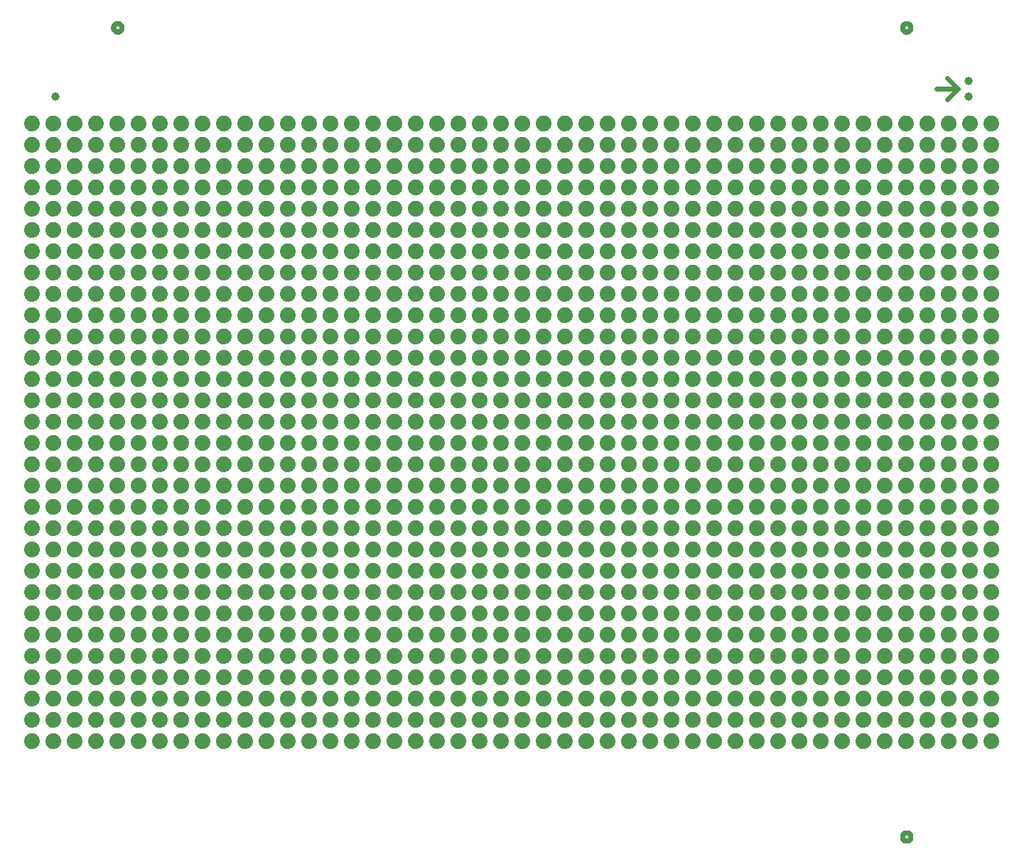
<source format=gtl>
G75*
%MOIN*%
%OFA0B0*%
%FSLAX25Y25*%
%IPPOS*%
%LPD*%
%AMOC8*
5,1,8,0,0,1.08239X$1,22.5*
%
%ADD10C,0.02400*%
%ADD11C,0.03937*%
%ADD12C,0.07400*%
D10*
X0425875Y0008690D02*
X0425877Y0008778D01*
X0425883Y0008866D01*
X0425893Y0008954D01*
X0425907Y0009042D01*
X0425924Y0009128D01*
X0425946Y0009214D01*
X0425971Y0009298D01*
X0426001Y0009382D01*
X0426033Y0009464D01*
X0426070Y0009544D01*
X0426110Y0009623D01*
X0426154Y0009700D01*
X0426201Y0009775D01*
X0426251Y0009847D01*
X0426305Y0009918D01*
X0426361Y0009985D01*
X0426421Y0010051D01*
X0426483Y0010113D01*
X0426549Y0010173D01*
X0426616Y0010229D01*
X0426687Y0010283D01*
X0426759Y0010333D01*
X0426834Y0010380D01*
X0426911Y0010424D01*
X0426990Y0010464D01*
X0427070Y0010501D01*
X0427152Y0010533D01*
X0427236Y0010563D01*
X0427320Y0010588D01*
X0427406Y0010610D01*
X0427492Y0010627D01*
X0427580Y0010641D01*
X0427668Y0010651D01*
X0427756Y0010657D01*
X0427844Y0010659D01*
X0427932Y0010657D01*
X0428020Y0010651D01*
X0428108Y0010641D01*
X0428196Y0010627D01*
X0428282Y0010610D01*
X0428368Y0010588D01*
X0428452Y0010563D01*
X0428536Y0010533D01*
X0428618Y0010501D01*
X0428698Y0010464D01*
X0428777Y0010424D01*
X0428854Y0010380D01*
X0428929Y0010333D01*
X0429001Y0010283D01*
X0429072Y0010229D01*
X0429139Y0010173D01*
X0429205Y0010113D01*
X0429267Y0010051D01*
X0429327Y0009985D01*
X0429383Y0009918D01*
X0429437Y0009847D01*
X0429487Y0009775D01*
X0429534Y0009700D01*
X0429578Y0009623D01*
X0429618Y0009544D01*
X0429655Y0009464D01*
X0429687Y0009382D01*
X0429717Y0009298D01*
X0429742Y0009214D01*
X0429764Y0009128D01*
X0429781Y0009042D01*
X0429795Y0008954D01*
X0429805Y0008866D01*
X0429811Y0008778D01*
X0429813Y0008690D01*
X0429811Y0008602D01*
X0429805Y0008514D01*
X0429795Y0008426D01*
X0429781Y0008338D01*
X0429764Y0008252D01*
X0429742Y0008166D01*
X0429717Y0008082D01*
X0429687Y0007998D01*
X0429655Y0007916D01*
X0429618Y0007836D01*
X0429578Y0007757D01*
X0429534Y0007680D01*
X0429487Y0007605D01*
X0429437Y0007533D01*
X0429383Y0007462D01*
X0429327Y0007395D01*
X0429267Y0007329D01*
X0429205Y0007267D01*
X0429139Y0007207D01*
X0429072Y0007151D01*
X0429001Y0007097D01*
X0428929Y0007047D01*
X0428854Y0007000D01*
X0428777Y0006956D01*
X0428698Y0006916D01*
X0428618Y0006879D01*
X0428536Y0006847D01*
X0428452Y0006817D01*
X0428368Y0006792D01*
X0428282Y0006770D01*
X0428196Y0006753D01*
X0428108Y0006739D01*
X0428020Y0006729D01*
X0427932Y0006723D01*
X0427844Y0006721D01*
X0427756Y0006723D01*
X0427668Y0006729D01*
X0427580Y0006739D01*
X0427492Y0006753D01*
X0427406Y0006770D01*
X0427320Y0006792D01*
X0427236Y0006817D01*
X0427152Y0006847D01*
X0427070Y0006879D01*
X0426990Y0006916D01*
X0426911Y0006956D01*
X0426834Y0007000D01*
X0426759Y0007047D01*
X0426687Y0007097D01*
X0426616Y0007151D01*
X0426549Y0007207D01*
X0426483Y0007267D01*
X0426421Y0007329D01*
X0426361Y0007395D01*
X0426305Y0007462D01*
X0426251Y0007533D01*
X0426201Y0007605D01*
X0426154Y0007680D01*
X0426110Y0007757D01*
X0426070Y0007836D01*
X0426033Y0007916D01*
X0426001Y0007998D01*
X0425971Y0008082D01*
X0425946Y0008166D01*
X0425924Y0008252D01*
X0425907Y0008338D01*
X0425893Y0008426D01*
X0425883Y0008514D01*
X0425877Y0008602D01*
X0425875Y0008690D01*
X0446860Y0354900D02*
X0451860Y0359900D01*
X0446860Y0364900D01*
X0441860Y0359900D02*
X0451860Y0359900D01*
X0425875Y0388611D02*
X0425877Y0388699D01*
X0425883Y0388787D01*
X0425893Y0388875D01*
X0425907Y0388963D01*
X0425924Y0389049D01*
X0425946Y0389135D01*
X0425971Y0389219D01*
X0426001Y0389303D01*
X0426033Y0389385D01*
X0426070Y0389465D01*
X0426110Y0389544D01*
X0426154Y0389621D01*
X0426201Y0389696D01*
X0426251Y0389768D01*
X0426305Y0389839D01*
X0426361Y0389906D01*
X0426421Y0389972D01*
X0426483Y0390034D01*
X0426549Y0390094D01*
X0426616Y0390150D01*
X0426687Y0390204D01*
X0426759Y0390254D01*
X0426834Y0390301D01*
X0426911Y0390345D01*
X0426990Y0390385D01*
X0427070Y0390422D01*
X0427152Y0390454D01*
X0427236Y0390484D01*
X0427320Y0390509D01*
X0427406Y0390531D01*
X0427492Y0390548D01*
X0427580Y0390562D01*
X0427668Y0390572D01*
X0427756Y0390578D01*
X0427844Y0390580D01*
X0427932Y0390578D01*
X0428020Y0390572D01*
X0428108Y0390562D01*
X0428196Y0390548D01*
X0428282Y0390531D01*
X0428368Y0390509D01*
X0428452Y0390484D01*
X0428536Y0390454D01*
X0428618Y0390422D01*
X0428698Y0390385D01*
X0428777Y0390345D01*
X0428854Y0390301D01*
X0428929Y0390254D01*
X0429001Y0390204D01*
X0429072Y0390150D01*
X0429139Y0390094D01*
X0429205Y0390034D01*
X0429267Y0389972D01*
X0429327Y0389906D01*
X0429383Y0389839D01*
X0429437Y0389768D01*
X0429487Y0389696D01*
X0429534Y0389621D01*
X0429578Y0389544D01*
X0429618Y0389465D01*
X0429655Y0389385D01*
X0429687Y0389303D01*
X0429717Y0389219D01*
X0429742Y0389135D01*
X0429764Y0389049D01*
X0429781Y0388963D01*
X0429795Y0388875D01*
X0429805Y0388787D01*
X0429811Y0388699D01*
X0429813Y0388611D01*
X0429811Y0388523D01*
X0429805Y0388435D01*
X0429795Y0388347D01*
X0429781Y0388259D01*
X0429764Y0388173D01*
X0429742Y0388087D01*
X0429717Y0388003D01*
X0429687Y0387919D01*
X0429655Y0387837D01*
X0429618Y0387757D01*
X0429578Y0387678D01*
X0429534Y0387601D01*
X0429487Y0387526D01*
X0429437Y0387454D01*
X0429383Y0387383D01*
X0429327Y0387316D01*
X0429267Y0387250D01*
X0429205Y0387188D01*
X0429139Y0387128D01*
X0429072Y0387072D01*
X0429001Y0387018D01*
X0428929Y0386968D01*
X0428854Y0386921D01*
X0428777Y0386877D01*
X0428698Y0386837D01*
X0428618Y0386800D01*
X0428536Y0386768D01*
X0428452Y0386738D01*
X0428368Y0386713D01*
X0428282Y0386691D01*
X0428196Y0386674D01*
X0428108Y0386660D01*
X0428020Y0386650D01*
X0427932Y0386644D01*
X0427844Y0386642D01*
X0427756Y0386644D01*
X0427668Y0386650D01*
X0427580Y0386660D01*
X0427492Y0386674D01*
X0427406Y0386691D01*
X0427320Y0386713D01*
X0427236Y0386738D01*
X0427152Y0386768D01*
X0427070Y0386800D01*
X0426990Y0386837D01*
X0426911Y0386877D01*
X0426834Y0386921D01*
X0426759Y0386968D01*
X0426687Y0387018D01*
X0426616Y0387072D01*
X0426549Y0387128D01*
X0426483Y0387188D01*
X0426421Y0387250D01*
X0426361Y0387316D01*
X0426305Y0387383D01*
X0426251Y0387454D01*
X0426201Y0387526D01*
X0426154Y0387601D01*
X0426110Y0387678D01*
X0426070Y0387757D01*
X0426033Y0387837D01*
X0426001Y0387919D01*
X0425971Y0388003D01*
X0425946Y0388087D01*
X0425924Y0388173D01*
X0425907Y0388259D01*
X0425893Y0388347D01*
X0425883Y0388435D01*
X0425877Y0388523D01*
X0425875Y0388611D01*
X0055796Y0388611D02*
X0055798Y0388699D01*
X0055804Y0388787D01*
X0055814Y0388875D01*
X0055828Y0388963D01*
X0055845Y0389049D01*
X0055867Y0389135D01*
X0055892Y0389219D01*
X0055922Y0389303D01*
X0055954Y0389385D01*
X0055991Y0389465D01*
X0056031Y0389544D01*
X0056075Y0389621D01*
X0056122Y0389696D01*
X0056172Y0389768D01*
X0056226Y0389839D01*
X0056282Y0389906D01*
X0056342Y0389972D01*
X0056404Y0390034D01*
X0056470Y0390094D01*
X0056537Y0390150D01*
X0056608Y0390204D01*
X0056680Y0390254D01*
X0056755Y0390301D01*
X0056832Y0390345D01*
X0056911Y0390385D01*
X0056991Y0390422D01*
X0057073Y0390454D01*
X0057157Y0390484D01*
X0057241Y0390509D01*
X0057327Y0390531D01*
X0057413Y0390548D01*
X0057501Y0390562D01*
X0057589Y0390572D01*
X0057677Y0390578D01*
X0057765Y0390580D01*
X0057853Y0390578D01*
X0057941Y0390572D01*
X0058029Y0390562D01*
X0058117Y0390548D01*
X0058203Y0390531D01*
X0058289Y0390509D01*
X0058373Y0390484D01*
X0058457Y0390454D01*
X0058539Y0390422D01*
X0058619Y0390385D01*
X0058698Y0390345D01*
X0058775Y0390301D01*
X0058850Y0390254D01*
X0058922Y0390204D01*
X0058993Y0390150D01*
X0059060Y0390094D01*
X0059126Y0390034D01*
X0059188Y0389972D01*
X0059248Y0389906D01*
X0059304Y0389839D01*
X0059358Y0389768D01*
X0059408Y0389696D01*
X0059455Y0389621D01*
X0059499Y0389544D01*
X0059539Y0389465D01*
X0059576Y0389385D01*
X0059608Y0389303D01*
X0059638Y0389219D01*
X0059663Y0389135D01*
X0059685Y0389049D01*
X0059702Y0388963D01*
X0059716Y0388875D01*
X0059726Y0388787D01*
X0059732Y0388699D01*
X0059734Y0388611D01*
X0059732Y0388523D01*
X0059726Y0388435D01*
X0059716Y0388347D01*
X0059702Y0388259D01*
X0059685Y0388173D01*
X0059663Y0388087D01*
X0059638Y0388003D01*
X0059608Y0387919D01*
X0059576Y0387837D01*
X0059539Y0387757D01*
X0059499Y0387678D01*
X0059455Y0387601D01*
X0059408Y0387526D01*
X0059358Y0387454D01*
X0059304Y0387383D01*
X0059248Y0387316D01*
X0059188Y0387250D01*
X0059126Y0387188D01*
X0059060Y0387128D01*
X0058993Y0387072D01*
X0058922Y0387018D01*
X0058850Y0386968D01*
X0058775Y0386921D01*
X0058698Y0386877D01*
X0058619Y0386837D01*
X0058539Y0386800D01*
X0058457Y0386768D01*
X0058373Y0386738D01*
X0058289Y0386713D01*
X0058203Y0386691D01*
X0058117Y0386674D01*
X0058029Y0386660D01*
X0057941Y0386650D01*
X0057853Y0386644D01*
X0057765Y0386642D01*
X0057677Y0386644D01*
X0057589Y0386650D01*
X0057501Y0386660D01*
X0057413Y0386674D01*
X0057327Y0386691D01*
X0057241Y0386713D01*
X0057157Y0386738D01*
X0057073Y0386768D01*
X0056991Y0386800D01*
X0056911Y0386837D01*
X0056832Y0386877D01*
X0056755Y0386921D01*
X0056680Y0386968D01*
X0056608Y0387018D01*
X0056537Y0387072D01*
X0056470Y0387128D01*
X0056404Y0387188D01*
X0056342Y0387250D01*
X0056282Y0387316D01*
X0056226Y0387383D01*
X0056172Y0387454D01*
X0056122Y0387526D01*
X0056075Y0387601D01*
X0056031Y0387678D01*
X0055991Y0387757D01*
X0055954Y0387837D01*
X0055922Y0387919D01*
X0055892Y0388003D01*
X0055867Y0388087D01*
X0055845Y0388173D01*
X0055828Y0388259D01*
X0055814Y0388347D01*
X0055804Y0388435D01*
X0055798Y0388523D01*
X0055796Y0388611D01*
D11*
X0028750Y0356150D03*
X0456860Y0356150D03*
X0456860Y0363650D03*
D12*
X0017805Y0053650D03*
X0027805Y0053650D03*
X0037805Y0053650D03*
X0047805Y0053650D03*
X0057805Y0053650D03*
X0067805Y0053650D03*
X0077805Y0053650D03*
X0087805Y0053650D03*
X0097805Y0053650D03*
X0107805Y0053650D03*
X0117805Y0053650D03*
X0127805Y0053650D03*
X0137805Y0053650D03*
X0147805Y0053650D03*
X0157805Y0053650D03*
X0167805Y0053650D03*
X0177805Y0053650D03*
X0187805Y0053650D03*
X0197805Y0053650D03*
X0207805Y0053650D03*
X0217805Y0053650D03*
X0227805Y0053650D03*
X0237805Y0053650D03*
X0247805Y0053650D03*
X0257805Y0053650D03*
X0267805Y0053650D03*
X0277805Y0053650D03*
X0287805Y0053650D03*
X0297805Y0053650D03*
X0307805Y0053650D03*
X0317805Y0053650D03*
X0327805Y0053650D03*
X0337805Y0053650D03*
X0347805Y0053650D03*
X0357805Y0053650D03*
X0367805Y0053650D03*
X0377805Y0053650D03*
X0387805Y0053650D03*
X0397805Y0053650D03*
X0407805Y0053650D03*
X0417805Y0053650D03*
X0427805Y0053650D03*
X0437805Y0053650D03*
X0447805Y0053650D03*
X0457805Y0053650D03*
X0467805Y0053650D03*
X0467805Y0063650D03*
X0457805Y0063650D03*
X0447805Y0063650D03*
X0437805Y0063650D03*
X0427805Y0063650D03*
X0417805Y0063650D03*
X0407805Y0063650D03*
X0397805Y0063650D03*
X0397805Y0073650D03*
X0407805Y0073650D03*
X0417805Y0073650D03*
X0427805Y0073650D03*
X0437805Y0073650D03*
X0447805Y0073650D03*
X0457805Y0073650D03*
X0467805Y0073650D03*
X0467805Y0083650D03*
X0457805Y0083650D03*
X0447805Y0083650D03*
X0437805Y0083650D03*
X0427805Y0083650D03*
X0417805Y0083650D03*
X0407805Y0083650D03*
X0397805Y0083650D03*
X0397805Y0093650D03*
X0407805Y0093650D03*
X0417805Y0093650D03*
X0427805Y0093650D03*
X0437805Y0093650D03*
X0447805Y0093650D03*
X0457805Y0093650D03*
X0467805Y0093650D03*
X0467805Y0103650D03*
X0457805Y0103650D03*
X0447805Y0103650D03*
X0437805Y0103650D03*
X0427805Y0103650D03*
X0417805Y0103650D03*
X0407805Y0103650D03*
X0397805Y0103650D03*
X0397805Y0113650D03*
X0407805Y0113650D03*
X0417805Y0113650D03*
X0427805Y0113650D03*
X0437805Y0113650D03*
X0447805Y0113650D03*
X0457805Y0113650D03*
X0467805Y0113650D03*
X0467805Y0123650D03*
X0457805Y0123650D03*
X0447805Y0123650D03*
X0437805Y0123650D03*
X0427805Y0123650D03*
X0417805Y0123650D03*
X0407805Y0123650D03*
X0397805Y0123650D03*
X0397805Y0133650D03*
X0407805Y0133650D03*
X0417805Y0133650D03*
X0427805Y0133650D03*
X0437805Y0133650D03*
X0447805Y0133650D03*
X0457805Y0133650D03*
X0467805Y0133650D03*
X0467805Y0143650D03*
X0457805Y0143650D03*
X0447805Y0143650D03*
X0437805Y0143650D03*
X0427805Y0143650D03*
X0417805Y0143650D03*
X0407805Y0143650D03*
X0397805Y0143650D03*
X0397805Y0153650D03*
X0407805Y0153650D03*
X0417805Y0153650D03*
X0427805Y0153650D03*
X0437805Y0153650D03*
X0447805Y0153650D03*
X0457805Y0153650D03*
X0467805Y0153650D03*
X0467805Y0163650D03*
X0457805Y0163650D03*
X0447805Y0163650D03*
X0437805Y0163650D03*
X0427805Y0163650D03*
X0417805Y0163650D03*
X0407805Y0163650D03*
X0397805Y0163650D03*
X0397805Y0173650D03*
X0407805Y0173650D03*
X0417805Y0173650D03*
X0427805Y0173650D03*
X0437805Y0173650D03*
X0447805Y0173650D03*
X0457805Y0173650D03*
X0467805Y0173650D03*
X0467805Y0183650D03*
X0457805Y0183650D03*
X0447805Y0183650D03*
X0437805Y0183650D03*
X0427805Y0183650D03*
X0417805Y0183650D03*
X0407805Y0183650D03*
X0397805Y0183650D03*
X0397805Y0193650D03*
X0407805Y0193650D03*
X0417805Y0193650D03*
X0427805Y0193650D03*
X0437805Y0193650D03*
X0447805Y0193650D03*
X0457805Y0193650D03*
X0467805Y0193650D03*
X0467805Y0203650D03*
X0457805Y0203650D03*
X0447805Y0203650D03*
X0437805Y0203650D03*
X0427805Y0203650D03*
X0417805Y0203650D03*
X0407805Y0203650D03*
X0397805Y0203650D03*
X0397805Y0213650D03*
X0407805Y0213650D03*
X0417805Y0213650D03*
X0427805Y0213650D03*
X0437805Y0213650D03*
X0447805Y0213650D03*
X0457805Y0213650D03*
X0467805Y0213650D03*
X0467805Y0223650D03*
X0457805Y0223650D03*
X0447805Y0223650D03*
X0437805Y0223650D03*
X0427805Y0223650D03*
X0417805Y0223650D03*
X0407805Y0223650D03*
X0397805Y0223650D03*
X0397805Y0233650D03*
X0407805Y0233650D03*
X0417805Y0233650D03*
X0427805Y0233650D03*
X0437805Y0233650D03*
X0447805Y0233650D03*
X0457805Y0233650D03*
X0467805Y0233650D03*
X0467805Y0243650D03*
X0457805Y0243650D03*
X0447805Y0243650D03*
X0437805Y0243650D03*
X0427805Y0243650D03*
X0417805Y0243650D03*
X0407805Y0243650D03*
X0397805Y0243650D03*
X0397805Y0253650D03*
X0407805Y0253650D03*
X0417805Y0253650D03*
X0427805Y0253650D03*
X0437805Y0253650D03*
X0447805Y0253650D03*
X0457805Y0253650D03*
X0467805Y0253650D03*
X0467805Y0263650D03*
X0457805Y0263650D03*
X0447805Y0263650D03*
X0437805Y0263650D03*
X0427805Y0263650D03*
X0417805Y0263650D03*
X0407805Y0263650D03*
X0397805Y0263650D03*
X0397805Y0273650D03*
X0407805Y0273650D03*
X0417805Y0273650D03*
X0427805Y0273650D03*
X0437805Y0273650D03*
X0447805Y0273650D03*
X0457805Y0273650D03*
X0467805Y0273650D03*
X0467805Y0283650D03*
X0457805Y0283650D03*
X0447805Y0283650D03*
X0437805Y0283650D03*
X0427805Y0283650D03*
X0417805Y0283650D03*
X0407805Y0283650D03*
X0397805Y0283650D03*
X0397805Y0293650D03*
X0407805Y0293650D03*
X0417805Y0293650D03*
X0427805Y0293650D03*
X0437805Y0293650D03*
X0447805Y0293650D03*
X0457805Y0293650D03*
X0467805Y0293650D03*
X0467805Y0303650D03*
X0457805Y0303650D03*
X0447805Y0303650D03*
X0437805Y0303650D03*
X0427805Y0303650D03*
X0417805Y0303650D03*
X0407805Y0303650D03*
X0397805Y0303650D03*
X0397805Y0313650D03*
X0407805Y0313650D03*
X0417805Y0313650D03*
X0427805Y0313650D03*
X0437805Y0313650D03*
X0447805Y0313650D03*
X0457805Y0313650D03*
X0467805Y0313650D03*
X0467805Y0323650D03*
X0457805Y0323650D03*
X0447805Y0323650D03*
X0437805Y0323650D03*
X0427805Y0323650D03*
X0417805Y0323650D03*
X0407805Y0323650D03*
X0397805Y0323650D03*
X0397805Y0333650D03*
X0407805Y0333650D03*
X0417805Y0333650D03*
X0427805Y0333650D03*
X0437805Y0333650D03*
X0447805Y0333650D03*
X0457805Y0333650D03*
X0467805Y0333650D03*
X0467805Y0343650D03*
X0457805Y0343650D03*
X0447805Y0343650D03*
X0437805Y0343650D03*
X0427805Y0343650D03*
X0417805Y0343650D03*
X0407805Y0343650D03*
X0397805Y0343650D03*
X0387805Y0343650D03*
X0377805Y0343650D03*
X0367805Y0343650D03*
X0357805Y0343650D03*
X0347805Y0343650D03*
X0337805Y0343650D03*
X0327805Y0343650D03*
X0317805Y0343650D03*
X0307805Y0343650D03*
X0297805Y0343650D03*
X0287805Y0343650D03*
X0277805Y0343650D03*
X0267805Y0343650D03*
X0257805Y0343650D03*
X0247805Y0343650D03*
X0237805Y0343650D03*
X0237805Y0333650D03*
X0237805Y0323650D03*
X0247805Y0323650D03*
X0257805Y0323650D03*
X0267805Y0323650D03*
X0277805Y0323650D03*
X0287805Y0323650D03*
X0297805Y0323650D03*
X0307805Y0323650D03*
X0317805Y0323650D03*
X0327805Y0323650D03*
X0337805Y0323650D03*
X0347805Y0323650D03*
X0357805Y0323650D03*
X0367805Y0323650D03*
X0377805Y0323650D03*
X0387805Y0323650D03*
X0387805Y0333650D03*
X0377805Y0333650D03*
X0367805Y0333650D03*
X0357805Y0333650D03*
X0347805Y0333650D03*
X0337805Y0333650D03*
X0327805Y0333650D03*
X0317805Y0333650D03*
X0307805Y0333650D03*
X0297805Y0333650D03*
X0287805Y0333650D03*
X0277805Y0333650D03*
X0267805Y0333650D03*
X0257805Y0333650D03*
X0247805Y0333650D03*
X0247805Y0313650D03*
X0247805Y0303650D03*
X0257805Y0303650D03*
X0267805Y0303650D03*
X0277805Y0303650D03*
X0287805Y0303650D03*
X0297805Y0303650D03*
X0307805Y0303650D03*
X0317805Y0303650D03*
X0327805Y0303650D03*
X0337805Y0303650D03*
X0347805Y0303650D03*
X0357805Y0303650D03*
X0367805Y0303650D03*
X0377805Y0303650D03*
X0387805Y0303650D03*
X0387805Y0313650D03*
X0377805Y0313650D03*
X0367805Y0313650D03*
X0357805Y0313650D03*
X0347805Y0313650D03*
X0337805Y0313650D03*
X0327805Y0313650D03*
X0317805Y0313650D03*
X0307805Y0313650D03*
X0297805Y0313650D03*
X0287805Y0313650D03*
X0277805Y0313650D03*
X0267805Y0313650D03*
X0257805Y0313650D03*
X0237805Y0313650D03*
X0237805Y0303650D03*
X0237805Y0293650D03*
X0237805Y0283650D03*
X0247805Y0283650D03*
X0257805Y0283650D03*
X0267805Y0283650D03*
X0277805Y0283650D03*
X0287805Y0283650D03*
X0297805Y0283650D03*
X0307805Y0283650D03*
X0317805Y0283650D03*
X0327805Y0283650D03*
X0337805Y0283650D03*
X0347805Y0283650D03*
X0357805Y0283650D03*
X0367805Y0283650D03*
X0377805Y0283650D03*
X0387805Y0283650D03*
X0387805Y0293650D03*
X0377805Y0293650D03*
X0367805Y0293650D03*
X0357805Y0293650D03*
X0347805Y0293650D03*
X0337805Y0293650D03*
X0327805Y0293650D03*
X0317805Y0293650D03*
X0307805Y0293650D03*
X0297805Y0293650D03*
X0287805Y0293650D03*
X0277805Y0293650D03*
X0267805Y0293650D03*
X0257805Y0293650D03*
X0247805Y0293650D03*
X0247805Y0273650D03*
X0247805Y0263650D03*
X0257805Y0263650D03*
X0267805Y0263650D03*
X0277805Y0263650D03*
X0287805Y0263650D03*
X0297805Y0263650D03*
X0307805Y0263650D03*
X0317805Y0263650D03*
X0327805Y0263650D03*
X0337805Y0263650D03*
X0347805Y0263650D03*
X0357805Y0263650D03*
X0367805Y0263650D03*
X0377805Y0263650D03*
X0387805Y0263650D03*
X0387805Y0273650D03*
X0377805Y0273650D03*
X0367805Y0273650D03*
X0357805Y0273650D03*
X0347805Y0273650D03*
X0337805Y0273650D03*
X0327805Y0273650D03*
X0317805Y0273650D03*
X0307805Y0273650D03*
X0297805Y0273650D03*
X0287805Y0273650D03*
X0277805Y0273650D03*
X0267805Y0273650D03*
X0257805Y0273650D03*
X0237805Y0273650D03*
X0237805Y0263650D03*
X0237805Y0253650D03*
X0237805Y0243650D03*
X0247805Y0243650D03*
X0257805Y0243650D03*
X0267805Y0243650D03*
X0277805Y0243650D03*
X0287805Y0243650D03*
X0297805Y0243650D03*
X0307805Y0243650D03*
X0317805Y0243650D03*
X0327805Y0243650D03*
X0337805Y0243650D03*
X0347805Y0243650D03*
X0357805Y0243650D03*
X0367805Y0243650D03*
X0377805Y0243650D03*
X0387805Y0243650D03*
X0387805Y0253650D03*
X0377805Y0253650D03*
X0367805Y0253650D03*
X0357805Y0253650D03*
X0347805Y0253650D03*
X0337805Y0253650D03*
X0327805Y0253650D03*
X0317805Y0253650D03*
X0307805Y0253650D03*
X0297805Y0253650D03*
X0287805Y0253650D03*
X0277805Y0253650D03*
X0267805Y0253650D03*
X0257805Y0253650D03*
X0247805Y0253650D03*
X0247805Y0233650D03*
X0247805Y0223650D03*
X0257805Y0223650D03*
X0267805Y0223650D03*
X0277805Y0223650D03*
X0287805Y0223650D03*
X0297805Y0223650D03*
X0307805Y0223650D03*
X0317805Y0223650D03*
X0327805Y0223650D03*
X0337805Y0223650D03*
X0347805Y0223650D03*
X0357805Y0223650D03*
X0367805Y0223650D03*
X0377805Y0223650D03*
X0387805Y0223650D03*
X0387805Y0233650D03*
X0377805Y0233650D03*
X0367805Y0233650D03*
X0357805Y0233650D03*
X0347805Y0233650D03*
X0337805Y0233650D03*
X0327805Y0233650D03*
X0317805Y0233650D03*
X0307805Y0233650D03*
X0297805Y0233650D03*
X0287805Y0233650D03*
X0277805Y0233650D03*
X0267805Y0233650D03*
X0257805Y0233650D03*
X0237805Y0233650D03*
X0237805Y0223650D03*
X0237805Y0213650D03*
X0237805Y0203650D03*
X0247805Y0203650D03*
X0257805Y0203650D03*
X0267805Y0203650D03*
X0277805Y0203650D03*
X0287805Y0203650D03*
X0297805Y0203650D03*
X0307805Y0203650D03*
X0317805Y0203650D03*
X0327805Y0203650D03*
X0337805Y0203650D03*
X0347805Y0203650D03*
X0357805Y0203650D03*
X0367805Y0203650D03*
X0377805Y0203650D03*
X0387805Y0203650D03*
X0387805Y0213650D03*
X0377805Y0213650D03*
X0367805Y0213650D03*
X0357805Y0213650D03*
X0347805Y0213650D03*
X0337805Y0213650D03*
X0327805Y0213650D03*
X0317805Y0213650D03*
X0307805Y0213650D03*
X0297805Y0213650D03*
X0287805Y0213650D03*
X0277805Y0213650D03*
X0267805Y0213650D03*
X0257805Y0213650D03*
X0247805Y0213650D03*
X0247805Y0193650D03*
X0247805Y0183650D03*
X0257805Y0183650D03*
X0267805Y0183650D03*
X0277805Y0183650D03*
X0287805Y0183650D03*
X0297805Y0183650D03*
X0307805Y0183650D03*
X0317805Y0183650D03*
X0327805Y0183650D03*
X0337805Y0183650D03*
X0347805Y0183650D03*
X0357805Y0183650D03*
X0367805Y0183650D03*
X0377805Y0183650D03*
X0387805Y0183650D03*
X0387805Y0193650D03*
X0377805Y0193650D03*
X0367805Y0193650D03*
X0357805Y0193650D03*
X0347805Y0193650D03*
X0337805Y0193650D03*
X0327805Y0193650D03*
X0317805Y0193650D03*
X0307805Y0193650D03*
X0297805Y0193650D03*
X0287805Y0193650D03*
X0277805Y0193650D03*
X0267805Y0193650D03*
X0257805Y0193650D03*
X0237805Y0193650D03*
X0237805Y0183650D03*
X0237805Y0173650D03*
X0237805Y0163650D03*
X0247805Y0163650D03*
X0257805Y0163650D03*
X0267805Y0163650D03*
X0277805Y0163650D03*
X0287805Y0163650D03*
X0297805Y0163650D03*
X0307805Y0163650D03*
X0317805Y0163650D03*
X0327805Y0163650D03*
X0337805Y0163650D03*
X0347805Y0163650D03*
X0357805Y0163650D03*
X0367805Y0163650D03*
X0377805Y0163650D03*
X0387805Y0163650D03*
X0387805Y0173650D03*
X0377805Y0173650D03*
X0367805Y0173650D03*
X0357805Y0173650D03*
X0347805Y0173650D03*
X0337805Y0173650D03*
X0327805Y0173650D03*
X0317805Y0173650D03*
X0307805Y0173650D03*
X0297805Y0173650D03*
X0287805Y0173650D03*
X0277805Y0173650D03*
X0267805Y0173650D03*
X0257805Y0173650D03*
X0247805Y0173650D03*
X0247805Y0153650D03*
X0247805Y0143650D03*
X0257805Y0143650D03*
X0267805Y0143650D03*
X0277805Y0143650D03*
X0287805Y0143650D03*
X0297805Y0143650D03*
X0307805Y0143650D03*
X0317805Y0143650D03*
X0327805Y0143650D03*
X0337805Y0143650D03*
X0347805Y0143650D03*
X0357805Y0143650D03*
X0367805Y0143650D03*
X0377805Y0143650D03*
X0387805Y0143650D03*
X0387805Y0153650D03*
X0377805Y0153650D03*
X0367805Y0153650D03*
X0357805Y0153650D03*
X0347805Y0153650D03*
X0337805Y0153650D03*
X0327805Y0153650D03*
X0317805Y0153650D03*
X0307805Y0153650D03*
X0297805Y0153650D03*
X0287805Y0153650D03*
X0277805Y0153650D03*
X0267805Y0153650D03*
X0257805Y0153650D03*
X0237805Y0153650D03*
X0237805Y0143650D03*
X0237805Y0133650D03*
X0237805Y0123650D03*
X0247805Y0123650D03*
X0257805Y0123650D03*
X0267805Y0123650D03*
X0277805Y0123650D03*
X0287805Y0123650D03*
X0297805Y0123650D03*
X0307805Y0123650D03*
X0317805Y0123650D03*
X0327805Y0123650D03*
X0337805Y0123650D03*
X0347805Y0123650D03*
X0357805Y0123650D03*
X0367805Y0123650D03*
X0377805Y0123650D03*
X0387805Y0123650D03*
X0387805Y0133650D03*
X0377805Y0133650D03*
X0367805Y0133650D03*
X0357805Y0133650D03*
X0347805Y0133650D03*
X0337805Y0133650D03*
X0327805Y0133650D03*
X0317805Y0133650D03*
X0307805Y0133650D03*
X0297805Y0133650D03*
X0287805Y0133650D03*
X0277805Y0133650D03*
X0267805Y0133650D03*
X0257805Y0133650D03*
X0247805Y0133650D03*
X0247805Y0113650D03*
X0247805Y0103650D03*
X0257805Y0103650D03*
X0267805Y0103650D03*
X0277805Y0103650D03*
X0287805Y0103650D03*
X0297805Y0103650D03*
X0307805Y0103650D03*
X0317805Y0103650D03*
X0327805Y0103650D03*
X0337805Y0103650D03*
X0347805Y0103650D03*
X0357805Y0103650D03*
X0367805Y0103650D03*
X0377805Y0103650D03*
X0387805Y0103650D03*
X0387805Y0113650D03*
X0377805Y0113650D03*
X0367805Y0113650D03*
X0357805Y0113650D03*
X0347805Y0113650D03*
X0337805Y0113650D03*
X0327805Y0113650D03*
X0317805Y0113650D03*
X0307805Y0113650D03*
X0297805Y0113650D03*
X0287805Y0113650D03*
X0277805Y0113650D03*
X0267805Y0113650D03*
X0257805Y0113650D03*
X0237805Y0113650D03*
X0237805Y0103650D03*
X0237805Y0093650D03*
X0237805Y0083650D03*
X0247805Y0083650D03*
X0257805Y0083650D03*
X0267805Y0083650D03*
X0277805Y0083650D03*
X0287805Y0083650D03*
X0297805Y0083650D03*
X0307805Y0083650D03*
X0317805Y0083650D03*
X0327805Y0083650D03*
X0337805Y0083650D03*
X0347805Y0083650D03*
X0357805Y0083650D03*
X0367805Y0083650D03*
X0377805Y0083650D03*
X0387805Y0083650D03*
X0387805Y0093650D03*
X0377805Y0093650D03*
X0367805Y0093650D03*
X0357805Y0093650D03*
X0347805Y0093650D03*
X0337805Y0093650D03*
X0327805Y0093650D03*
X0317805Y0093650D03*
X0307805Y0093650D03*
X0297805Y0093650D03*
X0287805Y0093650D03*
X0277805Y0093650D03*
X0267805Y0093650D03*
X0257805Y0093650D03*
X0247805Y0093650D03*
X0247805Y0073650D03*
X0247805Y0063650D03*
X0257805Y0063650D03*
X0267805Y0063650D03*
X0277805Y0063650D03*
X0287805Y0063650D03*
X0297805Y0063650D03*
X0307805Y0063650D03*
X0317805Y0063650D03*
X0327805Y0063650D03*
X0337805Y0063650D03*
X0347805Y0063650D03*
X0357805Y0063650D03*
X0367805Y0063650D03*
X0377805Y0063650D03*
X0387805Y0063650D03*
X0387805Y0073650D03*
X0377805Y0073650D03*
X0367805Y0073650D03*
X0357805Y0073650D03*
X0347805Y0073650D03*
X0337805Y0073650D03*
X0327805Y0073650D03*
X0317805Y0073650D03*
X0307805Y0073650D03*
X0297805Y0073650D03*
X0287805Y0073650D03*
X0277805Y0073650D03*
X0267805Y0073650D03*
X0257805Y0073650D03*
X0237805Y0073650D03*
X0237805Y0063650D03*
X0227805Y0063650D03*
X0217805Y0063650D03*
X0207805Y0063650D03*
X0197805Y0063650D03*
X0187805Y0063650D03*
X0177805Y0063650D03*
X0167805Y0063650D03*
X0157805Y0063650D03*
X0147805Y0063650D03*
X0137805Y0063650D03*
X0127805Y0063650D03*
X0117805Y0063650D03*
X0107805Y0063650D03*
X0097805Y0063650D03*
X0087805Y0063650D03*
X0077805Y0063650D03*
X0077805Y0073650D03*
X0087805Y0073650D03*
X0097805Y0073650D03*
X0107805Y0073650D03*
X0117805Y0073650D03*
X0127805Y0073650D03*
X0137805Y0073650D03*
X0147805Y0073650D03*
X0157805Y0073650D03*
X0167805Y0073650D03*
X0177805Y0073650D03*
X0187805Y0073650D03*
X0197805Y0073650D03*
X0207805Y0073650D03*
X0217805Y0073650D03*
X0227805Y0073650D03*
X0227805Y0083650D03*
X0217805Y0083650D03*
X0207805Y0083650D03*
X0197805Y0083650D03*
X0187805Y0083650D03*
X0177805Y0083650D03*
X0167805Y0083650D03*
X0157805Y0083650D03*
X0147805Y0083650D03*
X0137805Y0083650D03*
X0127805Y0083650D03*
X0117805Y0083650D03*
X0107805Y0083650D03*
X0097805Y0083650D03*
X0087805Y0083650D03*
X0077805Y0083650D03*
X0077805Y0093650D03*
X0087805Y0093650D03*
X0097805Y0093650D03*
X0107805Y0093650D03*
X0117805Y0093650D03*
X0127805Y0093650D03*
X0137805Y0093650D03*
X0147805Y0093650D03*
X0157805Y0093650D03*
X0167805Y0093650D03*
X0177805Y0093650D03*
X0187805Y0093650D03*
X0197805Y0093650D03*
X0207805Y0093650D03*
X0217805Y0093650D03*
X0227805Y0093650D03*
X0227805Y0103650D03*
X0217805Y0103650D03*
X0207805Y0103650D03*
X0197805Y0103650D03*
X0187805Y0103650D03*
X0177805Y0103650D03*
X0167805Y0103650D03*
X0157805Y0103650D03*
X0147805Y0103650D03*
X0137805Y0103650D03*
X0127805Y0103650D03*
X0117805Y0103650D03*
X0107805Y0103650D03*
X0097805Y0103650D03*
X0087805Y0103650D03*
X0077805Y0103650D03*
X0077805Y0113650D03*
X0087805Y0113650D03*
X0097805Y0113650D03*
X0107805Y0113650D03*
X0117805Y0113650D03*
X0127805Y0113650D03*
X0137805Y0113650D03*
X0147805Y0113650D03*
X0157805Y0113650D03*
X0167805Y0113650D03*
X0177805Y0113650D03*
X0187805Y0113650D03*
X0197805Y0113650D03*
X0207805Y0113650D03*
X0217805Y0113650D03*
X0227805Y0113650D03*
X0227805Y0123650D03*
X0217805Y0123650D03*
X0207805Y0123650D03*
X0197805Y0123650D03*
X0187805Y0123650D03*
X0177805Y0123650D03*
X0167805Y0123650D03*
X0157805Y0123650D03*
X0147805Y0123650D03*
X0137805Y0123650D03*
X0127805Y0123650D03*
X0117805Y0123650D03*
X0107805Y0123650D03*
X0097805Y0123650D03*
X0087805Y0123650D03*
X0077805Y0123650D03*
X0077805Y0133650D03*
X0087805Y0133650D03*
X0097805Y0133650D03*
X0107805Y0133650D03*
X0117805Y0133650D03*
X0127805Y0133650D03*
X0137805Y0133650D03*
X0147805Y0133650D03*
X0157805Y0133650D03*
X0167805Y0133650D03*
X0177805Y0133650D03*
X0187805Y0133650D03*
X0197805Y0133650D03*
X0207805Y0133650D03*
X0217805Y0133650D03*
X0227805Y0133650D03*
X0227805Y0143650D03*
X0217805Y0143650D03*
X0207805Y0143650D03*
X0197805Y0143650D03*
X0187805Y0143650D03*
X0177805Y0143650D03*
X0167805Y0143650D03*
X0157805Y0143650D03*
X0147805Y0143650D03*
X0137805Y0143650D03*
X0127805Y0143650D03*
X0117805Y0143650D03*
X0107805Y0143650D03*
X0097805Y0143650D03*
X0087805Y0143650D03*
X0077805Y0143650D03*
X0077805Y0153650D03*
X0087805Y0153650D03*
X0097805Y0153650D03*
X0107805Y0153650D03*
X0117805Y0153650D03*
X0127805Y0153650D03*
X0137805Y0153650D03*
X0147805Y0153650D03*
X0157805Y0153650D03*
X0167805Y0153650D03*
X0177805Y0153650D03*
X0187805Y0153650D03*
X0197805Y0153650D03*
X0207805Y0153650D03*
X0217805Y0153650D03*
X0227805Y0153650D03*
X0227805Y0163650D03*
X0217805Y0163650D03*
X0207805Y0163650D03*
X0197805Y0163650D03*
X0187805Y0163650D03*
X0177805Y0163650D03*
X0167805Y0163650D03*
X0157805Y0163650D03*
X0147805Y0163650D03*
X0137805Y0163650D03*
X0127805Y0163650D03*
X0117805Y0163650D03*
X0107805Y0163650D03*
X0097805Y0163650D03*
X0087805Y0163650D03*
X0077805Y0163650D03*
X0077805Y0173650D03*
X0087805Y0173650D03*
X0097805Y0173650D03*
X0107805Y0173650D03*
X0117805Y0173650D03*
X0127805Y0173650D03*
X0137805Y0173650D03*
X0147805Y0173650D03*
X0157805Y0173650D03*
X0167805Y0173650D03*
X0177805Y0173650D03*
X0187805Y0173650D03*
X0197805Y0173650D03*
X0207805Y0173650D03*
X0217805Y0173650D03*
X0227805Y0173650D03*
X0227805Y0183650D03*
X0217805Y0183650D03*
X0207805Y0183650D03*
X0197805Y0183650D03*
X0187805Y0183650D03*
X0177805Y0183650D03*
X0167805Y0183650D03*
X0157805Y0183650D03*
X0147805Y0183650D03*
X0137805Y0183650D03*
X0127805Y0183650D03*
X0117805Y0183650D03*
X0107805Y0183650D03*
X0097805Y0183650D03*
X0087805Y0183650D03*
X0077805Y0183650D03*
X0077805Y0193650D03*
X0087805Y0193650D03*
X0097805Y0193650D03*
X0107805Y0193650D03*
X0117805Y0193650D03*
X0127805Y0193650D03*
X0137805Y0193650D03*
X0147805Y0193650D03*
X0157805Y0193650D03*
X0167805Y0193650D03*
X0177805Y0193650D03*
X0187805Y0193650D03*
X0197805Y0193650D03*
X0207805Y0193650D03*
X0217805Y0193650D03*
X0227805Y0193650D03*
X0227805Y0203650D03*
X0217805Y0203650D03*
X0207805Y0203650D03*
X0197805Y0203650D03*
X0187805Y0203650D03*
X0177805Y0203650D03*
X0167805Y0203650D03*
X0157805Y0203650D03*
X0147805Y0203650D03*
X0137805Y0203650D03*
X0127805Y0203650D03*
X0117805Y0203650D03*
X0107805Y0203650D03*
X0097805Y0203650D03*
X0087805Y0203650D03*
X0077805Y0203650D03*
X0077805Y0213650D03*
X0087805Y0213650D03*
X0097805Y0213650D03*
X0107805Y0213650D03*
X0117805Y0213650D03*
X0127805Y0213650D03*
X0137805Y0213650D03*
X0147805Y0213650D03*
X0157805Y0213650D03*
X0167805Y0213650D03*
X0177805Y0213650D03*
X0187805Y0213650D03*
X0197805Y0213650D03*
X0207805Y0213650D03*
X0217805Y0213650D03*
X0227805Y0213650D03*
X0227805Y0223650D03*
X0217805Y0223650D03*
X0207805Y0223650D03*
X0197805Y0223650D03*
X0187805Y0223650D03*
X0177805Y0223650D03*
X0167805Y0223650D03*
X0157805Y0223650D03*
X0147805Y0223650D03*
X0137805Y0223650D03*
X0127805Y0223650D03*
X0117805Y0223650D03*
X0107805Y0223650D03*
X0097805Y0223650D03*
X0087805Y0223650D03*
X0077805Y0223650D03*
X0077805Y0233650D03*
X0087805Y0233650D03*
X0097805Y0233650D03*
X0107805Y0233650D03*
X0117805Y0233650D03*
X0127805Y0233650D03*
X0137805Y0233650D03*
X0147805Y0233650D03*
X0157805Y0233650D03*
X0167805Y0233650D03*
X0177805Y0233650D03*
X0187805Y0233650D03*
X0197805Y0233650D03*
X0207805Y0233650D03*
X0217805Y0233650D03*
X0227805Y0233650D03*
X0227805Y0243650D03*
X0217805Y0243650D03*
X0207805Y0243650D03*
X0197805Y0243650D03*
X0187805Y0243650D03*
X0177805Y0243650D03*
X0167805Y0243650D03*
X0157805Y0243650D03*
X0147805Y0243650D03*
X0137805Y0243650D03*
X0127805Y0243650D03*
X0117805Y0243650D03*
X0107805Y0243650D03*
X0097805Y0243650D03*
X0087805Y0243650D03*
X0077805Y0243650D03*
X0077805Y0253650D03*
X0087805Y0253650D03*
X0097805Y0253650D03*
X0107805Y0253650D03*
X0117805Y0253650D03*
X0127805Y0253650D03*
X0137805Y0253650D03*
X0147805Y0253650D03*
X0157805Y0253650D03*
X0167805Y0253650D03*
X0177805Y0253650D03*
X0187805Y0253650D03*
X0197805Y0253650D03*
X0207805Y0253650D03*
X0217805Y0253650D03*
X0227805Y0253650D03*
X0227805Y0263650D03*
X0217805Y0263650D03*
X0207805Y0263650D03*
X0197805Y0263650D03*
X0187805Y0263650D03*
X0177805Y0263650D03*
X0167805Y0263650D03*
X0157805Y0263650D03*
X0147805Y0263650D03*
X0137805Y0263650D03*
X0127805Y0263650D03*
X0117805Y0263650D03*
X0107805Y0263650D03*
X0097805Y0263650D03*
X0087805Y0263650D03*
X0077805Y0263650D03*
X0077805Y0273650D03*
X0087805Y0273650D03*
X0097805Y0273650D03*
X0107805Y0273650D03*
X0117805Y0273650D03*
X0127805Y0273650D03*
X0137805Y0273650D03*
X0147805Y0273650D03*
X0157805Y0273650D03*
X0167805Y0273650D03*
X0177805Y0273650D03*
X0187805Y0273650D03*
X0197805Y0273650D03*
X0207805Y0273650D03*
X0217805Y0273650D03*
X0227805Y0273650D03*
X0227805Y0283650D03*
X0217805Y0283650D03*
X0207805Y0283650D03*
X0197805Y0283650D03*
X0187805Y0283650D03*
X0177805Y0283650D03*
X0167805Y0283650D03*
X0157805Y0283650D03*
X0147805Y0283650D03*
X0137805Y0283650D03*
X0127805Y0283650D03*
X0117805Y0283650D03*
X0107805Y0283650D03*
X0097805Y0283650D03*
X0087805Y0283650D03*
X0077805Y0283650D03*
X0077805Y0293650D03*
X0087805Y0293650D03*
X0097805Y0293650D03*
X0107805Y0293650D03*
X0117805Y0293650D03*
X0127805Y0293650D03*
X0137805Y0293650D03*
X0147805Y0293650D03*
X0157805Y0293650D03*
X0167805Y0293650D03*
X0177805Y0293650D03*
X0187805Y0293650D03*
X0197805Y0293650D03*
X0207805Y0293650D03*
X0217805Y0293650D03*
X0227805Y0293650D03*
X0227805Y0303650D03*
X0217805Y0303650D03*
X0207805Y0303650D03*
X0197805Y0303650D03*
X0187805Y0303650D03*
X0177805Y0303650D03*
X0167805Y0303650D03*
X0157805Y0303650D03*
X0147805Y0303650D03*
X0137805Y0303650D03*
X0127805Y0303650D03*
X0117805Y0303650D03*
X0107805Y0303650D03*
X0097805Y0303650D03*
X0087805Y0303650D03*
X0077805Y0303650D03*
X0077805Y0313650D03*
X0087805Y0313650D03*
X0097805Y0313650D03*
X0107805Y0313650D03*
X0117805Y0313650D03*
X0127805Y0313650D03*
X0137805Y0313650D03*
X0147805Y0313650D03*
X0157805Y0313650D03*
X0167805Y0313650D03*
X0177805Y0313650D03*
X0187805Y0313650D03*
X0197805Y0313650D03*
X0207805Y0313650D03*
X0217805Y0313650D03*
X0227805Y0313650D03*
X0227805Y0323650D03*
X0217805Y0323650D03*
X0207805Y0323650D03*
X0197805Y0323650D03*
X0187805Y0323650D03*
X0177805Y0323650D03*
X0167805Y0323650D03*
X0157805Y0323650D03*
X0147805Y0323650D03*
X0137805Y0323650D03*
X0127805Y0323650D03*
X0117805Y0323650D03*
X0107805Y0323650D03*
X0097805Y0323650D03*
X0087805Y0323650D03*
X0077805Y0323650D03*
X0077805Y0333650D03*
X0087805Y0333650D03*
X0097805Y0333650D03*
X0107805Y0333650D03*
X0117805Y0333650D03*
X0127805Y0333650D03*
X0137805Y0333650D03*
X0147805Y0333650D03*
X0157805Y0333650D03*
X0167805Y0333650D03*
X0177805Y0333650D03*
X0187805Y0333650D03*
X0197805Y0333650D03*
X0207805Y0333650D03*
X0217805Y0333650D03*
X0227805Y0333650D03*
X0227805Y0343650D03*
X0217805Y0343650D03*
X0207805Y0343650D03*
X0197805Y0343650D03*
X0187805Y0343650D03*
X0177805Y0343650D03*
X0167805Y0343650D03*
X0157805Y0343650D03*
X0147805Y0343650D03*
X0137805Y0343650D03*
X0127805Y0343650D03*
X0117805Y0343650D03*
X0107805Y0343650D03*
X0097805Y0343650D03*
X0087805Y0343650D03*
X0077805Y0343650D03*
X0067805Y0343650D03*
X0057805Y0343650D03*
X0047805Y0343650D03*
X0037805Y0343650D03*
X0027805Y0343650D03*
X0017805Y0343650D03*
X0017805Y0333650D03*
X0017805Y0323650D03*
X0027805Y0323650D03*
X0037805Y0323650D03*
X0047805Y0323650D03*
X0057805Y0323650D03*
X0067805Y0323650D03*
X0067805Y0333650D03*
X0057805Y0333650D03*
X0047805Y0333650D03*
X0037805Y0333650D03*
X0027805Y0333650D03*
X0027805Y0313650D03*
X0027805Y0303650D03*
X0037805Y0303650D03*
X0047805Y0303650D03*
X0057805Y0303650D03*
X0067805Y0303650D03*
X0067805Y0313650D03*
X0057805Y0313650D03*
X0047805Y0313650D03*
X0037805Y0313650D03*
X0017805Y0313650D03*
X0017805Y0303650D03*
X0017805Y0293650D03*
X0017805Y0283650D03*
X0027805Y0283650D03*
X0037805Y0283650D03*
X0047805Y0283650D03*
X0057805Y0283650D03*
X0067805Y0283650D03*
X0067805Y0293650D03*
X0057805Y0293650D03*
X0047805Y0293650D03*
X0037805Y0293650D03*
X0027805Y0293650D03*
X0027805Y0273650D03*
X0027805Y0263650D03*
X0037805Y0263650D03*
X0047805Y0263650D03*
X0057805Y0263650D03*
X0067805Y0263650D03*
X0067805Y0273650D03*
X0057805Y0273650D03*
X0047805Y0273650D03*
X0037805Y0273650D03*
X0017805Y0273650D03*
X0017805Y0263650D03*
X0017805Y0253650D03*
X0017805Y0243650D03*
X0027805Y0243650D03*
X0037805Y0243650D03*
X0047805Y0243650D03*
X0057805Y0243650D03*
X0067805Y0243650D03*
X0067805Y0253650D03*
X0057805Y0253650D03*
X0047805Y0253650D03*
X0037805Y0253650D03*
X0027805Y0253650D03*
X0027805Y0233650D03*
X0027805Y0223650D03*
X0037805Y0223650D03*
X0047805Y0223650D03*
X0057805Y0223650D03*
X0067805Y0223650D03*
X0067805Y0233650D03*
X0057805Y0233650D03*
X0047805Y0233650D03*
X0037805Y0233650D03*
X0017805Y0233650D03*
X0017805Y0223650D03*
X0017805Y0213650D03*
X0017805Y0203650D03*
X0027805Y0203650D03*
X0037805Y0203650D03*
X0047805Y0203650D03*
X0057805Y0203650D03*
X0067805Y0203650D03*
X0067805Y0213650D03*
X0057805Y0213650D03*
X0047805Y0213650D03*
X0037805Y0213650D03*
X0027805Y0213650D03*
X0027805Y0193650D03*
X0027805Y0183650D03*
X0037805Y0183650D03*
X0047805Y0183650D03*
X0057805Y0183650D03*
X0067805Y0183650D03*
X0067805Y0193650D03*
X0057805Y0193650D03*
X0047805Y0193650D03*
X0037805Y0193650D03*
X0017805Y0193650D03*
X0017805Y0183650D03*
X0017805Y0173650D03*
X0017805Y0163650D03*
X0027805Y0163650D03*
X0037805Y0163650D03*
X0047805Y0163650D03*
X0057805Y0163650D03*
X0067805Y0163650D03*
X0067805Y0173650D03*
X0057805Y0173650D03*
X0047805Y0173650D03*
X0037805Y0173650D03*
X0027805Y0173650D03*
X0027805Y0153650D03*
X0027805Y0143650D03*
X0037805Y0143650D03*
X0047805Y0143650D03*
X0057805Y0143650D03*
X0067805Y0143650D03*
X0067805Y0153650D03*
X0057805Y0153650D03*
X0047805Y0153650D03*
X0037805Y0153650D03*
X0017805Y0153650D03*
X0017805Y0143650D03*
X0017805Y0133650D03*
X0017805Y0123650D03*
X0027805Y0123650D03*
X0037805Y0123650D03*
X0047805Y0123650D03*
X0057805Y0123650D03*
X0067805Y0123650D03*
X0067805Y0133650D03*
X0057805Y0133650D03*
X0047805Y0133650D03*
X0037805Y0133650D03*
X0027805Y0133650D03*
X0027805Y0113650D03*
X0027805Y0103650D03*
X0037805Y0103650D03*
X0047805Y0103650D03*
X0057805Y0103650D03*
X0067805Y0103650D03*
X0067805Y0113650D03*
X0057805Y0113650D03*
X0047805Y0113650D03*
X0037805Y0113650D03*
X0017805Y0113650D03*
X0017805Y0103650D03*
X0017805Y0093650D03*
X0017805Y0083650D03*
X0027805Y0083650D03*
X0037805Y0083650D03*
X0047805Y0083650D03*
X0057805Y0083650D03*
X0067805Y0083650D03*
X0067805Y0093650D03*
X0057805Y0093650D03*
X0047805Y0093650D03*
X0037805Y0093650D03*
X0027805Y0093650D03*
X0027805Y0073650D03*
X0027805Y0063650D03*
X0037805Y0063650D03*
X0047805Y0063650D03*
X0057805Y0063650D03*
X0067805Y0063650D03*
X0067805Y0073650D03*
X0057805Y0073650D03*
X0047805Y0073650D03*
X0037805Y0073650D03*
X0017805Y0073650D03*
X0017805Y0063650D03*
M02*

</source>
